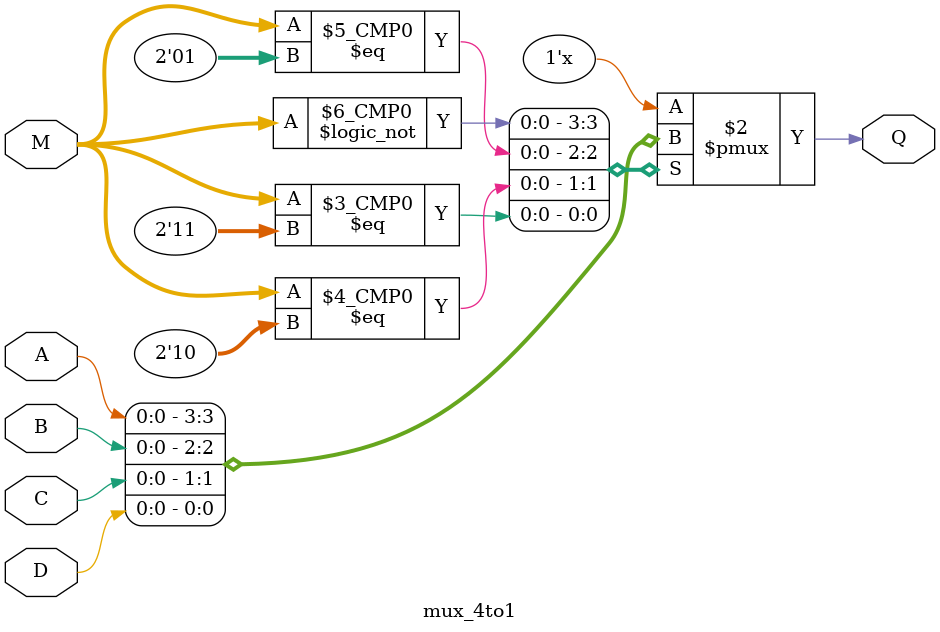
<source format=v>
`timescale 1ns / 1ps
/*************************************************************************************
*	File Name: 
*	Project:		Shift Register
*	Designer:	Liam Gogley
*	Email:		liam.gogley@linux.com
*	Rev. Date: 	2016-02-06
*
*	Purpose:
*
*	Notes:
*************************************************************************************/
module mux_4to1(D, C, B, A, M, Q);

input A, B, C, D;
input [1:0] M;

output reg Q;

	always@(M or A or B or C or D)
	begin
		case(M)
			2'b00 : Q = A;
			2'b01 : Q = B;
			2'b10 : Q = C;
			2'b11 : Q = D;
			default : Q = 1'bx;
		endcase
	end
endmodule

</source>
